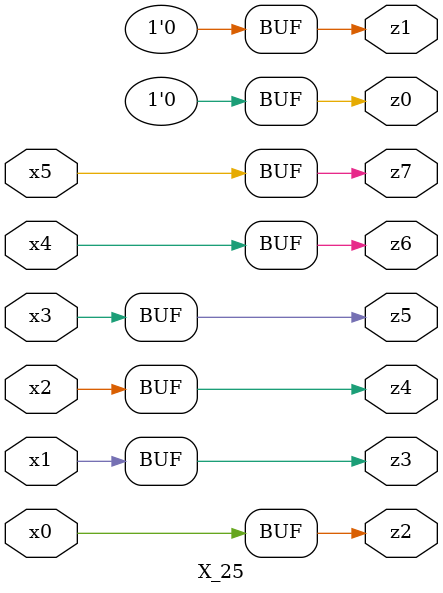
<source format=v>

module X_25 ( 
    x0, x1, x2, x3, x4, x5,
    z0, z1, z2, z3, z4, z5, z6, z7  );
  input  x0, x1, x2, x3, x4, x5;
  output z0, z1, z2, z3, z4, z5, z6, z7;
  assign z0 = 1'b0;
  assign z1 = 1'b0;
  assign z2 = x0;
  assign z3 = x1;
  assign z4 = x2;
  assign z5 = x3;
  assign z6 = x4;
  assign z7 = x5;
endmodule



</source>
